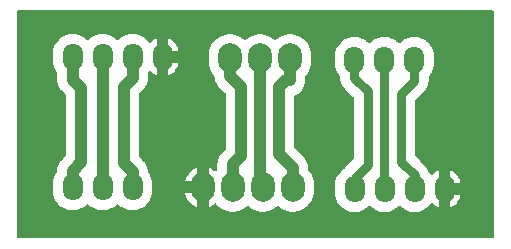
<source format=gbr>
%TF.GenerationSoftware,KiCad,Pcbnew,(7.0.0)*%
%TF.CreationDate,2023-03-20T08:36:17+01:00*%
%TF.ProjectId,milling-test,6d696c6c-696e-4672-9d74-6573742e6b69,rev?*%
%TF.SameCoordinates,Original*%
%TF.FileFunction,Copper,L1,Top*%
%TF.FilePolarity,Positive*%
%FSLAX46Y46*%
G04 Gerber Fmt 4.6, Leading zero omitted, Abs format (unit mm)*
G04 Created by KiCad (PCBNEW (7.0.0)) date 2023-03-20 08:36:17*
%MOMM*%
%LPD*%
G01*
G04 APERTURE LIST*
%TA.AperFunction,ComponentPad*%
%ADD10O,1.700000X2.300000*%
%TD*%
%TA.AperFunction,ComponentPad*%
%ADD11O,2.000000X2.500000*%
%TD*%
%TA.AperFunction,Conductor*%
%ADD12C,1.000000*%
%TD*%
%TA.AperFunction,Conductor*%
%ADD13C,0.200000*%
%TD*%
%TA.AperFunction,Conductor*%
%ADD14C,0.400000*%
%TD*%
%TA.AperFunction,Conductor*%
%ADD15C,0.800000*%
%TD*%
G04 APERTURE END LIST*
D10*
%TO.P,J6,1,Pin_1*%
%TO.N,Net-(J5-Pin_3)*%
X92836999Y-33908999D03*
%TO.P,J6,2,Pin_2*%
%TO.N,Net-(J5-Pin_2)*%
X90296999Y-33908999D03*
%TO.P,J6,3,Pin_3*%
%TO.N,Net-(J5-Pin_1)*%
X87756999Y-33908999D03*
%TD*%
%TO.P,J3,1,Pin_1*%
%TO.N,Net-(J3-Pin_1)*%
X63890999Y-33654999D03*
%TO.P,J3,2,Pin_2*%
%TO.N,Net-(J3-Pin_2)*%
X66430999Y-33654999D03*
%TO.P,J3,3,Pin_3*%
%TO.N,Net-(J3-Pin_3)*%
X68970999Y-33654999D03*
%TO.P,J3,4,Pin_4*%
%TO.N,GND*%
X71510999Y-33654999D03*
%TD*%
D11*
%TO.P,J1,1,Pin_1*%
%TO.N,Net-(J1-Pin_1)*%
X77215999Y-33781999D03*
%TO.P,J1,2,Pin_2*%
%TO.N,Net-(J1-Pin_2)*%
X79755999Y-33781999D03*
%TO.P,J1,3,Pin_3*%
%TO.N,Net-(J1-Pin_3)*%
X82295999Y-33781999D03*
%TD*%
D10*
%TO.P,J4,1,Pin_1*%
%TO.N,Net-(J3-Pin_3)*%
X68970999Y-44703999D03*
%TO.P,J4,2,Pin_2*%
%TO.N,Net-(J3-Pin_2)*%
X66430999Y-44703999D03*
%TO.P,J4,3,Pin_3*%
%TO.N,Net-(J3-Pin_1)*%
X63890999Y-44703999D03*
%TD*%
%TO.P,J5,1,Pin_1*%
%TO.N,Net-(J5-Pin_1)*%
X87766999Y-44830999D03*
%TO.P,J5,2,Pin_2*%
%TO.N,Net-(J5-Pin_2)*%
X90306999Y-44830999D03*
%TO.P,J5,3,Pin_3*%
%TO.N,Net-(J5-Pin_3)*%
X92846999Y-44830999D03*
%TO.P,J5,4,Pin_4*%
%TO.N,GND*%
X95386999Y-44830999D03*
%TD*%
D11*
%TO.P,J2,1,Pin_1*%
%TO.N,Net-(J1-Pin_3)*%
X82539999Y-44703999D03*
%TO.P,J2,2,Pin_2*%
%TO.N,Net-(J1-Pin_2)*%
X79999999Y-44703999D03*
%TO.P,J2,3,Pin_3*%
%TO.N,Net-(J1-Pin_1)*%
X77459999Y-44703999D03*
%TO.P,J2,4,Pin_4*%
%TO.N,GND*%
X74919999Y-44703999D03*
%TD*%
D12*
%TO.N,Net-(J1-Pin_1)*%
X77216000Y-35255000D02*
X78156000Y-36195000D01*
X78156000Y-36195000D02*
X78156000Y-42037000D01*
X77216000Y-33782000D02*
X77216000Y-35255000D01*
X78156000Y-42037000D02*
X77460000Y-42733000D01*
X77460000Y-42733000D02*
X77460000Y-44704000D01*
%TO.N,Net-(J1-Pin_2)*%
X79756000Y-33782000D02*
X79756000Y-44460000D01*
X79756000Y-44460000D02*
X80000000Y-44704000D01*
%TO.N,Net-(J1-Pin_3)*%
X81356000Y-41910000D02*
X82540000Y-43094000D01*
X82296000Y-35636000D02*
X81966000Y-35636000D01*
X81966000Y-35636000D02*
X81356000Y-36246000D01*
X82296000Y-33782000D02*
X82296000Y-35636000D01*
X81356000Y-36246000D02*
X81356000Y-41910000D01*
D13*
X82296000Y-33782000D02*
X81996000Y-33782000D01*
D12*
X82540000Y-43094000D02*
X82540000Y-44704000D01*
%TO.N,Net-(J3-Pin_1)*%
X63891000Y-33655000D02*
X63891000Y-35582000D01*
X64631000Y-36322000D02*
X64631000Y-42545000D01*
X63891000Y-43285000D02*
X63891000Y-44704000D01*
D14*
X63891000Y-34046000D02*
X63891000Y-33655000D01*
D12*
X64631000Y-42545000D02*
X63891000Y-43285000D01*
X63891000Y-35582000D02*
X64631000Y-36322000D01*
%TO.N,Net-(J3-Pin_2)*%
X66431000Y-33655000D02*
X66431000Y-44704000D01*
%TO.N,Net-(J3-Pin_3)*%
X68971000Y-33655000D02*
X68971000Y-35455000D01*
X68971000Y-35455000D02*
X68231000Y-36195000D01*
D14*
X68971000Y-33655000D02*
X68971000Y-34661000D01*
D12*
X68231000Y-42672000D02*
X68971000Y-43412000D01*
X68231000Y-36195000D02*
X68231000Y-42672000D01*
X68971000Y-43412000D02*
X68971000Y-44704000D01*
D15*
%TO.N,Net-(J5-Pin_1)*%
X87767000Y-43929000D02*
X87767000Y-44831000D01*
X87760000Y-35436000D02*
X88897000Y-36573000D01*
X87757000Y-35436000D02*
X87760000Y-35436000D01*
X87757000Y-33909000D02*
X87757000Y-35436000D01*
X88897000Y-36573000D02*
X88897000Y-42799000D01*
X88897000Y-42799000D02*
X87767000Y-43929000D01*
%TO.N,Net-(J5-Pin_2)*%
X90297000Y-33909000D02*
X90297000Y-44821000D01*
X90297000Y-44821000D02*
X90307000Y-44831000D01*
%TO.N,Net-(J5-Pin_3)*%
X92847000Y-43695000D02*
X92847000Y-44831000D01*
X91697000Y-42545000D02*
X92847000Y-43695000D01*
X92837000Y-33909000D02*
X92837000Y-35687000D01*
X91697000Y-36827000D02*
X91697000Y-42545000D01*
X92837000Y-35687000D02*
X91697000Y-36827000D01*
%TD*%
%TA.AperFunction,Conductor*%
%TO.N,GND*%
G36*
X99505500Y-29735113D02*
G01*
X99550887Y-29780500D01*
X99567500Y-29842500D01*
X99567500Y-48897500D01*
X99550887Y-48959500D01*
X99505500Y-49004887D01*
X99443500Y-49021500D01*
X59306500Y-49021500D01*
X59244500Y-49004887D01*
X59199113Y-48959500D01*
X59182500Y-48897500D01*
X59182500Y-45068853D01*
X62240500Y-45068853D01*
X62240690Y-45071272D01*
X62240691Y-45071287D01*
X62252995Y-45227622D01*
X62255779Y-45262994D01*
X62256914Y-45267723D01*
X62256915Y-45267727D01*
X62315289Y-45510873D01*
X62315291Y-45510881D01*
X62316427Y-45515610D01*
X62415846Y-45755628D01*
X62418382Y-45759767D01*
X62418386Y-45759774D01*
X62549042Y-45972986D01*
X62551588Y-45977140D01*
X62554753Y-45980846D01*
X62554754Y-45980847D01*
X62660056Y-46104140D01*
X62720311Y-46174689D01*
X62917860Y-46343412D01*
X62922012Y-46345956D01*
X62922013Y-46345957D01*
X62982331Y-46382920D01*
X63139372Y-46479154D01*
X63379390Y-46578573D01*
X63632006Y-46639221D01*
X63891000Y-46659604D01*
X64149994Y-46639221D01*
X64402610Y-46578573D01*
X64642628Y-46479154D01*
X64864140Y-46343412D01*
X65061689Y-46174689D01*
X65066703Y-46168818D01*
X65068007Y-46167830D01*
X65068299Y-46167539D01*
X65068339Y-46167579D01*
X65109073Y-46136738D01*
X65160987Y-46125342D01*
X65212903Y-46136728D01*
X65253662Y-46167577D01*
X65253701Y-46167539D01*
X65253976Y-46167814D01*
X65255284Y-46168804D01*
X65257147Y-46170985D01*
X65257150Y-46170988D01*
X65260311Y-46174689D01*
X65457860Y-46343412D01*
X65462012Y-46345956D01*
X65462013Y-46345957D01*
X65522331Y-46382920D01*
X65679372Y-46479154D01*
X65919390Y-46578573D01*
X66172006Y-46639221D01*
X66431000Y-46659604D01*
X66689994Y-46639221D01*
X66942610Y-46578573D01*
X67182628Y-46479154D01*
X67404140Y-46343412D01*
X67601689Y-46174689D01*
X67606708Y-46168811D01*
X67608015Y-46167822D01*
X67608299Y-46167539D01*
X67608338Y-46167578D01*
X67649085Y-46136733D01*
X67701000Y-46125342D01*
X67752915Y-46136733D01*
X67793661Y-46167578D01*
X67793701Y-46167539D01*
X67793984Y-46167822D01*
X67795291Y-46168811D01*
X67800311Y-46174689D01*
X67997860Y-46343412D01*
X68002012Y-46345956D01*
X68002013Y-46345957D01*
X68062331Y-46382920D01*
X68219372Y-46479154D01*
X68459390Y-46578573D01*
X68712006Y-46639221D01*
X68971000Y-46659604D01*
X69229994Y-46639221D01*
X69482610Y-46578573D01*
X69722628Y-46479154D01*
X69944140Y-46343412D01*
X70141689Y-46174689D01*
X70310412Y-45977140D01*
X70446154Y-45755628D01*
X70545573Y-45515610D01*
X70606221Y-45262994D01*
X70610665Y-45206525D01*
X73439204Y-45206525D01*
X73439435Y-45217724D01*
X73495153Y-45437747D01*
X73498472Y-45447414D01*
X73594207Y-45665671D01*
X73599072Y-45674661D01*
X73729424Y-45874179D01*
X73735707Y-45882252D01*
X73897127Y-46057600D01*
X73904637Y-46064513D01*
X74092718Y-46210903D01*
X74101276Y-46216495D01*
X74310885Y-46329929D01*
X74320239Y-46334032D01*
X74405994Y-46363472D01*
X74417321Y-46364528D01*
X74420000Y-46353472D01*
X74420000Y-45220326D01*
X74416549Y-45207450D01*
X74403674Y-45204000D01*
X73450119Y-45204000D01*
X73439204Y-45206525D01*
X70610665Y-45206525D01*
X70621500Y-45068853D01*
X70621500Y-44339147D01*
X70610665Y-44201474D01*
X73439204Y-44201474D01*
X73450119Y-44204000D01*
X74403674Y-44204000D01*
X74416549Y-44200549D01*
X74420000Y-44187674D01*
X74420000Y-43054528D01*
X74417321Y-43043471D01*
X74405994Y-43044527D01*
X74320239Y-43073967D01*
X74310885Y-43078070D01*
X74101276Y-43191504D01*
X74092718Y-43197096D01*
X73904637Y-43343486D01*
X73897127Y-43350399D01*
X73735707Y-43525747D01*
X73729424Y-43533820D01*
X73599072Y-43733338D01*
X73594207Y-43742328D01*
X73498472Y-43960585D01*
X73495153Y-43970252D01*
X73439435Y-44190275D01*
X73439204Y-44201474D01*
X70610665Y-44201474D01*
X70606221Y-44145006D01*
X70545573Y-43892390D01*
X70446154Y-43652372D01*
X70430860Y-43627415D01*
X70312959Y-43435016D01*
X70312957Y-43435014D01*
X70310412Y-43430860D01*
X70301209Y-43420084D01*
X70279165Y-43382474D01*
X70271501Y-43339556D01*
X70271501Y-43303634D01*
X70271501Y-43298221D01*
X70262537Y-43247387D01*
X70261131Y-43236702D01*
X70256635Y-43185308D01*
X70243280Y-43135471D01*
X70240940Y-43124908D01*
X70238258Y-43109696D01*
X70231985Y-43074120D01*
X70214341Y-43025644D01*
X70211088Y-43015325D01*
X70206425Y-42997923D01*
X70197739Y-42965504D01*
X70175936Y-42918749D01*
X70171801Y-42908767D01*
X70156007Y-42865370D01*
X70156005Y-42865367D01*
X70154156Y-42860285D01*
X70144598Y-42843731D01*
X70133488Y-42824487D01*
X70128354Y-42815595D01*
X70123370Y-42806021D01*
X70101568Y-42759266D01*
X70071981Y-42717012D01*
X70066169Y-42707888D01*
X70052330Y-42683917D01*
X70040377Y-42663214D01*
X70007208Y-42623686D01*
X70000634Y-42615117D01*
X69987141Y-42595847D01*
X69971047Y-42572861D01*
X69810139Y-42411953D01*
X69810135Y-42411950D01*
X69567819Y-42169634D01*
X69540939Y-42129406D01*
X69531500Y-42081953D01*
X69531500Y-36785047D01*
X69540939Y-36737594D01*
X69567816Y-36697368D01*
X69810135Y-36455049D01*
X69810139Y-36455047D01*
X69971047Y-36294139D01*
X70000640Y-36251873D01*
X70007214Y-36243306D01*
X70040377Y-36203786D01*
X70066175Y-36159100D01*
X70071973Y-36149997D01*
X70101568Y-36107734D01*
X70123368Y-36060982D01*
X70128361Y-36051391D01*
X70154156Y-36006715D01*
X70171800Y-35958235D01*
X70175941Y-35948239D01*
X70184127Y-35930685D01*
X70197739Y-35901496D01*
X70211095Y-35851643D01*
X70214338Y-35841360D01*
X70231985Y-35792880D01*
X70240946Y-35742053D01*
X70243276Y-35731542D01*
X70256635Y-35681692D01*
X70261131Y-35630296D01*
X70262536Y-35619617D01*
X70271501Y-35568779D01*
X70271501Y-35341221D01*
X70271500Y-35341215D01*
X70271500Y-35019446D01*
X70279164Y-34976527D01*
X70301210Y-34938914D01*
X70310412Y-34928140D01*
X70328742Y-34898227D01*
X70367612Y-34858585D01*
X70419891Y-34839878D01*
X70475093Y-34845862D01*
X70522149Y-34875337D01*
X70636090Y-34989278D01*
X70644356Y-34996215D01*
X70828991Y-35125498D01*
X70838323Y-35130886D01*
X70996827Y-35204798D01*
X71008141Y-35206920D01*
X71011000Y-35195769D01*
X71011000Y-35195768D01*
X72011000Y-35195768D01*
X72013858Y-35206919D01*
X72025172Y-35204797D01*
X72183667Y-35130889D01*
X72193017Y-35125491D01*
X72377642Y-34996215D01*
X72385907Y-34989280D01*
X72545280Y-34829907D01*
X72552215Y-34821642D01*
X72681491Y-34637017D01*
X72686889Y-34627667D01*
X72782143Y-34423397D01*
X72785831Y-34413263D01*
X72844166Y-34195553D01*
X72846041Y-34184922D01*
X72847156Y-34172178D01*
X72844583Y-34158734D01*
X72831415Y-34155000D01*
X72027326Y-34155000D01*
X72014450Y-34158450D01*
X72011000Y-34171326D01*
X72011000Y-35195768D01*
X71011000Y-35195768D01*
X71011000Y-34099376D01*
X75415500Y-34099376D01*
X75415672Y-34101679D01*
X75415673Y-34101690D01*
X75428575Y-34273853D01*
X75430617Y-34301103D01*
X75431647Y-34305616D01*
X75431648Y-34305622D01*
X75469420Y-34471110D01*
X75490666Y-34564195D01*
X75589257Y-34815398D01*
X75724185Y-35049102D01*
X75848348Y-35204797D01*
X75888446Y-35255078D01*
X75908540Y-35291436D01*
X75915499Y-35332391D01*
X75915499Y-35368779D01*
X75916438Y-35374106D01*
X75916439Y-35374114D01*
X75924456Y-35419581D01*
X75925868Y-35430302D01*
X75929619Y-35473166D01*
X75930365Y-35481692D01*
X75931763Y-35486911D01*
X75931765Y-35486920D01*
X75943716Y-35531520D01*
X75946057Y-35542079D01*
X75953556Y-35584611D01*
X75955015Y-35592880D01*
X75972659Y-35641358D01*
X75975908Y-35651662D01*
X75987859Y-35696266D01*
X75987861Y-35696272D01*
X75989261Y-35701496D01*
X76011066Y-35748256D01*
X76015199Y-35758236D01*
X76032844Y-35806715D01*
X76035551Y-35811404D01*
X76035554Y-35811410D01*
X76058638Y-35851393D01*
X76063631Y-35860982D01*
X76085432Y-35907734D01*
X76090202Y-35914546D01*
X76115016Y-35949985D01*
X76120827Y-35959106D01*
X76146623Y-36003786D01*
X76179792Y-36043315D01*
X76186358Y-36051873D01*
X76215953Y-36094139D01*
X76376861Y-36255047D01*
X76376863Y-36255048D01*
X76376866Y-36255051D01*
X76819181Y-36697366D01*
X76846061Y-36737594D01*
X76855500Y-36785047D01*
X76855500Y-41446953D01*
X76846061Y-41494406D01*
X76819181Y-41534634D01*
X76620864Y-41732950D01*
X76463784Y-41890029D01*
X76463778Y-41890035D01*
X76459953Y-41893861D01*
X76456852Y-41898288D01*
X76456839Y-41898305D01*
X76430359Y-41936122D01*
X76423777Y-41944701D01*
X76394101Y-41980068D01*
X76394096Y-41980074D01*
X76390623Y-41984214D01*
X76387921Y-41988892D01*
X76387918Y-41988898D01*
X76364824Y-42028897D01*
X76359015Y-42038015D01*
X76332531Y-42075839D01*
X76332527Y-42075844D01*
X76329432Y-42080266D01*
X76327151Y-42085155D01*
X76327147Y-42085164D01*
X76307631Y-42127015D01*
X76302639Y-42136604D01*
X76279550Y-42176597D01*
X76279547Y-42176602D01*
X76276844Y-42181285D01*
X76274995Y-42186363D01*
X76274993Y-42186369D01*
X76259199Y-42229763D01*
X76255060Y-42239754D01*
X76233261Y-42286504D01*
X76231861Y-42291726D01*
X76231860Y-42291731D01*
X76219908Y-42336337D01*
X76216655Y-42346652D01*
X76199015Y-42395120D01*
X76198077Y-42400436D01*
X76198076Y-42400442D01*
X76190056Y-42445923D01*
X76187716Y-42456477D01*
X76175765Y-42501080D01*
X76175763Y-42501088D01*
X76174365Y-42506308D01*
X76173893Y-42511695D01*
X76173893Y-42511699D01*
X76169868Y-42557696D01*
X76168457Y-42568409D01*
X76159499Y-42619221D01*
X76159499Y-42846779D01*
X76159499Y-42846783D01*
X76159500Y-42846791D01*
X76159500Y-43153608D01*
X76152541Y-43194563D01*
X76132446Y-43230922D01*
X76077982Y-43299216D01*
X76026791Y-43337151D01*
X75963520Y-43344659D01*
X75904874Y-43319755D01*
X75747287Y-43197100D01*
X75738723Y-43191504D01*
X75529114Y-43078070D01*
X75519760Y-43073967D01*
X75434005Y-43044527D01*
X75422678Y-43043471D01*
X75420000Y-43054528D01*
X75420000Y-46353472D01*
X75422678Y-46364528D01*
X75434005Y-46363472D01*
X75519760Y-46334032D01*
X75529114Y-46329929D01*
X75738723Y-46216495D01*
X75747281Y-46210904D01*
X75904873Y-46088244D01*
X75963520Y-46063340D01*
X76026792Y-46070848D01*
X76077983Y-46108784D01*
X76136439Y-46182085D01*
X76334259Y-46365635D01*
X76557225Y-46517651D01*
X76800359Y-46634738D01*
X76804787Y-46636103D01*
X76804790Y-46636105D01*
X76929293Y-46674508D01*
X77058228Y-46714280D01*
X77325071Y-46754500D01*
X77590292Y-46754500D01*
X77594929Y-46754500D01*
X77861772Y-46714280D01*
X78119641Y-46634738D01*
X78362774Y-46517651D01*
X78585741Y-46365635D01*
X78645660Y-46310037D01*
X78699402Y-46280771D01*
X78760598Y-46280771D01*
X78814339Y-46310037D01*
X78874259Y-46365635D01*
X79097225Y-46517651D01*
X79340359Y-46634738D01*
X79344787Y-46636103D01*
X79344790Y-46636105D01*
X79469293Y-46674508D01*
X79598228Y-46714280D01*
X79865071Y-46754500D01*
X80130292Y-46754500D01*
X80134929Y-46754500D01*
X80401772Y-46714280D01*
X80659641Y-46634738D01*
X80902774Y-46517651D01*
X81125741Y-46365635D01*
X81185660Y-46310037D01*
X81239402Y-46280771D01*
X81300598Y-46280771D01*
X81354339Y-46310037D01*
X81414259Y-46365635D01*
X81637225Y-46517651D01*
X81880359Y-46634738D01*
X81884787Y-46636103D01*
X81884790Y-46636105D01*
X82009293Y-46674508D01*
X82138228Y-46714280D01*
X82405071Y-46754500D01*
X82670292Y-46754500D01*
X82674929Y-46754500D01*
X82941772Y-46714280D01*
X83199641Y-46634738D01*
X83442774Y-46517651D01*
X83665741Y-46365635D01*
X83863561Y-46182085D01*
X84031815Y-45971102D01*
X84166743Y-45737398D01*
X84265334Y-45486195D01*
X84325383Y-45223103D01*
X84340500Y-45021376D01*
X84340500Y-44386624D01*
X84325383Y-44184897D01*
X84265334Y-43921805D01*
X84166743Y-43670602D01*
X84031815Y-43436898D01*
X83867554Y-43230922D01*
X83847460Y-43194564D01*
X83840501Y-43153609D01*
X83840501Y-42985634D01*
X83840501Y-42980221D01*
X83831537Y-42929387D01*
X83830131Y-42918702D01*
X83825635Y-42867308D01*
X83812280Y-42817471D01*
X83809940Y-42806908D01*
X83802405Y-42764174D01*
X83800985Y-42756120D01*
X83786751Y-42717013D01*
X83783341Y-42707644D01*
X83780088Y-42697325D01*
X83775182Y-42679015D01*
X83766739Y-42647504D01*
X83744936Y-42600749D01*
X83740801Y-42590767D01*
X83725007Y-42547370D01*
X83725005Y-42547367D01*
X83723156Y-42542285D01*
X83697354Y-42497595D01*
X83692370Y-42488021D01*
X83670568Y-42441266D01*
X83640981Y-42399012D01*
X83635169Y-42389888D01*
X83612084Y-42349903D01*
X83609377Y-42345214D01*
X83576208Y-42305686D01*
X83569634Y-42297117D01*
X83543155Y-42259300D01*
X83540047Y-42254861D01*
X83379139Y-42093953D01*
X83379135Y-42093950D01*
X82692819Y-41407634D01*
X82665939Y-41367406D01*
X82656500Y-41319953D01*
X82656500Y-36980363D01*
X82666641Y-36931250D01*
X82695404Y-36890170D01*
X82737860Y-36863981D01*
X82742496Y-36862739D01*
X82948734Y-36766568D01*
X83135139Y-36636047D01*
X83296047Y-36475139D01*
X83426568Y-36288734D01*
X83522739Y-36082496D01*
X83581635Y-35862692D01*
X83596500Y-35692784D01*
X83601468Y-35636000D01*
X83596971Y-35584610D01*
X83596500Y-35573804D01*
X83596500Y-35332392D01*
X83603459Y-35291437D01*
X83623553Y-35255079D01*
X83623554Y-35255078D01*
X83787815Y-35049102D01*
X83922743Y-34815398D01*
X84021334Y-34564195D01*
X84081383Y-34301103D01*
X84083425Y-34273853D01*
X86106500Y-34273853D01*
X86106690Y-34276272D01*
X86106691Y-34276287D01*
X86118269Y-34423397D01*
X86121779Y-34467994D01*
X86122914Y-34472723D01*
X86122915Y-34472727D01*
X86181289Y-34715873D01*
X86181291Y-34715881D01*
X86182427Y-34720610D01*
X86184291Y-34725110D01*
X86272851Y-34938914D01*
X86281846Y-34960628D01*
X86284382Y-34964767D01*
X86284386Y-34964774D01*
X86415042Y-35177986D01*
X86417588Y-35182140D01*
X86510936Y-35291437D01*
X86526790Y-35309999D01*
X86548836Y-35347612D01*
X86556500Y-35390531D01*
X86556500Y-35470294D01*
X86556368Y-35476021D01*
X86555908Y-35485953D01*
X86555908Y-35485961D01*
X86555644Y-35491681D01*
X86556395Y-35497065D01*
X86556500Y-35501612D01*
X86556500Y-35547243D01*
X86557551Y-35552870D01*
X86557553Y-35552882D01*
X86565687Y-35596400D01*
X86567269Y-35607736D01*
X86569362Y-35630314D01*
X86571885Y-35657536D01*
X86573451Y-35663042D01*
X86573454Y-35663055D01*
X86583921Y-35699845D01*
X86585359Y-35705380D01*
X86585590Y-35706365D01*
X86586382Y-35712033D01*
X86588179Y-35717396D01*
X86589301Y-35722719D01*
X86597382Y-35765940D01*
X86599451Y-35771283D01*
X86599453Y-35771287D01*
X86615445Y-35812567D01*
X86619084Y-35823425D01*
X86631200Y-35866009D01*
X86631202Y-35866015D01*
X86632771Y-35871528D01*
X86648356Y-35902827D01*
X86650658Y-35907450D01*
X86653092Y-35912633D01*
X86655263Y-35917550D01*
X86657085Y-35922985D01*
X86659873Y-35927991D01*
X86661063Y-35930685D01*
X86663251Y-35935968D01*
X86677753Y-35973401D01*
X86680766Y-35978268D01*
X86680771Y-35978277D01*
X86704078Y-36015920D01*
X86709649Y-36025922D01*
X86722332Y-36051391D01*
X86731942Y-36070689D01*
X86739088Y-36080152D01*
X86755010Y-36101237D01*
X86759216Y-36107691D01*
X86759321Y-36107620D01*
X86762559Y-36112347D01*
X86765348Y-36117353D01*
X86769007Y-36121759D01*
X86772250Y-36126493D01*
X86772079Y-36126609D01*
X86775919Y-36131945D01*
X86791855Y-36157684D01*
X86791858Y-36157689D01*
X86794876Y-36162562D01*
X86828175Y-36199089D01*
X86828561Y-36199512D01*
X86835880Y-36208325D01*
X86859173Y-36239171D01*
X86866019Y-36248236D01*
X86870248Y-36252091D01*
X86870256Y-36252100D01*
X86902980Y-36281932D01*
X86911077Y-36290029D01*
X86939939Y-36321689D01*
X86944764Y-36326981D01*
X86949337Y-36330434D01*
X86949340Y-36330437D01*
X86972426Y-36347871D01*
X86985381Y-36359144D01*
X87660181Y-37033944D01*
X87687061Y-37074172D01*
X87696500Y-37121625D01*
X87696500Y-42250375D01*
X87687061Y-42297828D01*
X87660181Y-42338056D01*
X86939756Y-43058479D01*
X86935614Y-43062434D01*
X86876019Y-43116764D01*
X86872568Y-43121332D01*
X86872563Y-43121339D01*
X86855758Y-43143592D01*
X86821598Y-43174589D01*
X86798016Y-43189040D01*
X86798005Y-43189047D01*
X86793860Y-43191588D01*
X86790165Y-43194743D01*
X86790155Y-43194751D01*
X86600011Y-43357150D01*
X86600004Y-43357156D01*
X86596311Y-43360311D01*
X86593156Y-43364004D01*
X86593150Y-43364011D01*
X86430754Y-43554152D01*
X86430748Y-43554159D01*
X86427588Y-43557860D01*
X86425048Y-43562003D01*
X86425042Y-43562013D01*
X86294386Y-43775225D01*
X86294379Y-43775237D01*
X86291846Y-43779372D01*
X86289986Y-43783860D01*
X86289983Y-43783868D01*
X86194291Y-44014889D01*
X86192427Y-44019390D01*
X86191292Y-44024114D01*
X86191289Y-44024126D01*
X86132915Y-44267272D01*
X86132913Y-44267278D01*
X86131779Y-44272006D01*
X86131397Y-44276854D01*
X86131397Y-44276857D01*
X86116691Y-44463712D01*
X86116690Y-44463728D01*
X86116500Y-44466147D01*
X86116500Y-45195853D01*
X86116690Y-45198272D01*
X86116691Y-45198287D01*
X86127430Y-45334734D01*
X86131779Y-45389994D01*
X86132914Y-45394723D01*
X86132915Y-45394727D01*
X86191289Y-45637873D01*
X86191291Y-45637881D01*
X86192427Y-45642610D01*
X86291846Y-45882628D01*
X86294382Y-45886767D01*
X86294386Y-45886774D01*
X86409260Y-46074232D01*
X86427588Y-46104140D01*
X86430753Y-46107846D01*
X86430754Y-46107847D01*
X86491061Y-46178457D01*
X86596311Y-46301689D01*
X86793860Y-46470412D01*
X86798012Y-46472956D01*
X86798013Y-46472957D01*
X86970363Y-46578573D01*
X87015372Y-46606154D01*
X87255390Y-46705573D01*
X87508006Y-46766221D01*
X87767000Y-46786604D01*
X88025994Y-46766221D01*
X88278610Y-46705573D01*
X88518628Y-46606154D01*
X88740140Y-46470412D01*
X88937689Y-46301689D01*
X88942708Y-46295811D01*
X88944015Y-46294822D01*
X88944299Y-46294539D01*
X88944338Y-46294578D01*
X88985085Y-46263733D01*
X89037000Y-46252342D01*
X89088915Y-46263733D01*
X89129661Y-46294578D01*
X89129701Y-46294539D01*
X89129984Y-46294822D01*
X89131291Y-46295811D01*
X89136311Y-46301689D01*
X89333860Y-46470412D01*
X89338012Y-46472956D01*
X89338013Y-46472957D01*
X89510363Y-46578573D01*
X89555372Y-46606154D01*
X89795390Y-46705573D01*
X90048006Y-46766221D01*
X90307000Y-46786604D01*
X90565994Y-46766221D01*
X90818610Y-46705573D01*
X91058628Y-46606154D01*
X91280140Y-46470412D01*
X91477689Y-46301689D01*
X91482708Y-46295811D01*
X91484015Y-46294822D01*
X91484299Y-46294539D01*
X91484338Y-46294578D01*
X91525085Y-46263733D01*
X91577000Y-46252342D01*
X91628915Y-46263733D01*
X91669661Y-46294578D01*
X91669701Y-46294539D01*
X91669984Y-46294822D01*
X91671291Y-46295811D01*
X91676311Y-46301689D01*
X91873860Y-46470412D01*
X91878012Y-46472956D01*
X91878013Y-46472957D01*
X92050363Y-46578573D01*
X92095372Y-46606154D01*
X92335390Y-46705573D01*
X92588006Y-46766221D01*
X92847000Y-46786604D01*
X93105994Y-46766221D01*
X93358610Y-46705573D01*
X93598628Y-46606154D01*
X93820140Y-46470412D01*
X94017689Y-46301689D01*
X94186412Y-46104140D01*
X94204742Y-46074227D01*
X94243612Y-46034585D01*
X94295891Y-46015878D01*
X94351093Y-46021862D01*
X94398149Y-46051337D01*
X94512090Y-46165278D01*
X94520356Y-46172215D01*
X94704991Y-46301498D01*
X94714323Y-46306886D01*
X94872827Y-46380798D01*
X94884141Y-46382920D01*
X94887000Y-46371769D01*
X94887000Y-46371768D01*
X95887000Y-46371768D01*
X95889858Y-46382919D01*
X95901172Y-46380797D01*
X96059667Y-46306889D01*
X96069017Y-46301491D01*
X96253642Y-46172215D01*
X96261907Y-46165280D01*
X96421280Y-46005907D01*
X96428215Y-45997642D01*
X96557491Y-45813017D01*
X96562889Y-45803667D01*
X96658143Y-45599397D01*
X96661831Y-45589263D01*
X96720166Y-45371553D01*
X96722041Y-45360922D01*
X96723156Y-45348178D01*
X96720583Y-45334734D01*
X96707415Y-45331000D01*
X95903326Y-45331000D01*
X95890450Y-45334450D01*
X95887000Y-45347326D01*
X95887000Y-46371768D01*
X94887000Y-46371768D01*
X94887000Y-44314674D01*
X95887000Y-44314674D01*
X95890450Y-44327549D01*
X95903326Y-44331000D01*
X96707415Y-44331000D01*
X96720583Y-44327265D01*
X96723156Y-44313821D01*
X96722041Y-44301077D01*
X96720166Y-44290446D01*
X96661831Y-44072736D01*
X96658143Y-44062602D01*
X96562889Y-43858332D01*
X96557491Y-43848982D01*
X96428215Y-43664357D01*
X96421280Y-43656092D01*
X96261909Y-43496721D01*
X96253643Y-43489784D01*
X96069008Y-43360501D01*
X96059676Y-43355113D01*
X95901172Y-43281201D01*
X95889858Y-43279079D01*
X95887000Y-43290231D01*
X95887000Y-44314674D01*
X94887000Y-44314674D01*
X94887000Y-43290232D01*
X94884141Y-43279080D01*
X94872827Y-43281202D01*
X94714332Y-43355110D01*
X94704982Y-43360508D01*
X94520357Y-43489784D01*
X94512098Y-43496714D01*
X94398150Y-43610662D01*
X94351095Y-43640136D01*
X94295894Y-43646120D01*
X94243616Y-43627415D01*
X94204742Y-43587770D01*
X94188963Y-43562022D01*
X94188959Y-43562017D01*
X94186412Y-43557860D01*
X94017689Y-43360311D01*
X94015521Y-43358459D01*
X93984256Y-43305257D01*
X93971229Y-43259472D01*
X93962623Y-43242190D01*
X93956053Y-43226327D01*
X93951740Y-43213459D01*
X93951738Y-43213454D01*
X93949915Y-43208015D01*
X93910648Y-43137518D01*
X93907992Y-43132477D01*
X93901986Y-43120416D01*
X93872058Y-43060311D01*
X93868604Y-43055737D01*
X93868602Y-43055734D01*
X93860425Y-43044906D01*
X93851049Y-43030516D01*
X93844445Y-43018660D01*
X93841653Y-43013647D01*
X93833020Y-43003251D01*
X93790119Y-42951587D01*
X93786562Y-42947096D01*
X93765107Y-42918685D01*
X93737981Y-42882764D01*
X93733745Y-42878903D01*
X93733743Y-42878900D01*
X93678394Y-42828443D01*
X93674251Y-42824487D01*
X93306241Y-42456477D01*
X92933818Y-42084055D01*
X92906939Y-42043828D01*
X92897500Y-41996375D01*
X92897500Y-37375625D01*
X92906939Y-37328172D01*
X92933819Y-37287944D01*
X93100138Y-37121625D01*
X93664251Y-36557510D01*
X93668373Y-36553575D01*
X93727981Y-36499236D01*
X93776601Y-36434850D01*
X93780104Y-36430429D01*
X93831652Y-36368354D01*
X93841050Y-36351479D01*
X93850426Y-36337090D01*
X93862058Y-36321689D01*
X93898021Y-36249464D01*
X93900645Y-36244484D01*
X93939914Y-36173985D01*
X93946048Y-36155681D01*
X93952622Y-36139813D01*
X93958674Y-36127660D01*
X93958676Y-36127654D01*
X93961229Y-36122528D01*
X93983304Y-36044936D01*
X93984997Y-36039474D01*
X94008796Y-35968469D01*
X94008796Y-35968468D01*
X94010618Y-35963033D01*
X94013285Y-35943909D01*
X94016827Y-35927117D01*
X94022115Y-35908536D01*
X94029559Y-35828194D01*
X94030209Y-35822586D01*
X94041356Y-35742681D01*
X94037632Y-35662131D01*
X94037500Y-35656404D01*
X94037500Y-35390531D01*
X94045164Y-35347612D01*
X94067210Y-35309999D01*
X94176412Y-35182140D01*
X94312154Y-34960628D01*
X94411573Y-34720610D01*
X94472221Y-34467994D01*
X94487500Y-34273853D01*
X94487500Y-33544147D01*
X94472221Y-33350006D01*
X94411573Y-33097390D01*
X94312154Y-32857372D01*
X94176412Y-32635860D01*
X94007689Y-32438311D01*
X93946456Y-32386013D01*
X93813847Y-32272754D01*
X93813846Y-32272753D01*
X93810140Y-32269588D01*
X93805989Y-32267044D01*
X93805986Y-32267042D01*
X93592774Y-32136386D01*
X93592767Y-32136382D01*
X93588628Y-32133846D01*
X93584133Y-32131984D01*
X93584131Y-32131983D01*
X93353110Y-32036291D01*
X93348610Y-32034427D01*
X93343881Y-32033291D01*
X93343873Y-32033289D01*
X93100727Y-31974915D01*
X93100723Y-31974914D01*
X93095994Y-31973779D01*
X93091143Y-31973397D01*
X93091142Y-31973397D01*
X92841854Y-31953778D01*
X92837000Y-31953396D01*
X92832146Y-31953778D01*
X92582857Y-31973397D01*
X92582854Y-31973397D01*
X92578006Y-31973779D01*
X92573278Y-31974913D01*
X92573272Y-31974915D01*
X92330126Y-32033289D01*
X92330114Y-32033292D01*
X92325390Y-32034427D01*
X92320893Y-32036289D01*
X92320889Y-32036291D01*
X92089868Y-32131983D01*
X92089860Y-32131986D01*
X92085372Y-32133846D01*
X92081237Y-32136379D01*
X92081225Y-32136386D01*
X91868013Y-32267042D01*
X91868003Y-32267048D01*
X91863860Y-32269588D01*
X91860159Y-32272748D01*
X91860152Y-32272754D01*
X91670011Y-32435150D01*
X91670004Y-32435156D01*
X91666311Y-32438311D01*
X91663156Y-32442004D01*
X91663148Y-32442013D01*
X91661285Y-32444195D01*
X91659976Y-32445185D01*
X91659702Y-32445460D01*
X91659663Y-32445421D01*
X91618910Y-32476269D01*
X91567000Y-32487657D01*
X91515090Y-32476269D01*
X91474336Y-32445421D01*
X91474298Y-32445460D01*
X91474023Y-32445185D01*
X91472715Y-32444195D01*
X91470851Y-32442013D01*
X91470849Y-32442011D01*
X91467689Y-32438311D01*
X91406456Y-32386013D01*
X91273847Y-32272754D01*
X91273846Y-32272753D01*
X91270140Y-32269588D01*
X91265989Y-32267044D01*
X91265986Y-32267042D01*
X91052774Y-32136386D01*
X91052767Y-32136382D01*
X91048628Y-32133846D01*
X91044133Y-32131984D01*
X91044131Y-32131983D01*
X90813110Y-32036291D01*
X90808610Y-32034427D01*
X90803881Y-32033291D01*
X90803873Y-32033289D01*
X90560727Y-31974915D01*
X90560723Y-31974914D01*
X90555994Y-31973779D01*
X90551143Y-31973397D01*
X90551142Y-31973397D01*
X90301854Y-31953778D01*
X90297000Y-31953396D01*
X90292146Y-31953778D01*
X90042857Y-31973397D01*
X90042854Y-31973397D01*
X90038006Y-31973779D01*
X90033278Y-31974913D01*
X90033272Y-31974915D01*
X89790126Y-32033289D01*
X89790114Y-32033292D01*
X89785390Y-32034427D01*
X89780893Y-32036289D01*
X89780889Y-32036291D01*
X89549868Y-32131983D01*
X89549860Y-32131986D01*
X89545372Y-32133846D01*
X89541237Y-32136379D01*
X89541225Y-32136386D01*
X89328013Y-32267042D01*
X89328003Y-32267048D01*
X89323860Y-32269588D01*
X89320159Y-32272748D01*
X89320152Y-32272754D01*
X89130011Y-32435150D01*
X89130004Y-32435156D01*
X89126311Y-32438311D01*
X89123156Y-32442004D01*
X89123148Y-32442013D01*
X89121285Y-32444195D01*
X89119976Y-32445185D01*
X89119702Y-32445460D01*
X89119663Y-32445421D01*
X89078910Y-32476269D01*
X89027000Y-32487657D01*
X88975090Y-32476269D01*
X88934336Y-32445421D01*
X88934298Y-32445460D01*
X88934023Y-32445185D01*
X88932715Y-32444195D01*
X88930851Y-32442013D01*
X88930849Y-32442011D01*
X88927689Y-32438311D01*
X88866456Y-32386013D01*
X88733847Y-32272754D01*
X88733846Y-32272753D01*
X88730140Y-32269588D01*
X88725989Y-32267044D01*
X88725986Y-32267042D01*
X88512774Y-32136386D01*
X88512767Y-32136382D01*
X88508628Y-32133846D01*
X88504133Y-32131984D01*
X88504131Y-32131983D01*
X88273110Y-32036291D01*
X88268610Y-32034427D01*
X88263881Y-32033291D01*
X88263873Y-32033289D01*
X88020727Y-31974915D01*
X88020723Y-31974914D01*
X88015994Y-31973779D01*
X88011143Y-31973397D01*
X88011142Y-31973397D01*
X87761854Y-31953778D01*
X87757000Y-31953396D01*
X87752146Y-31953778D01*
X87502857Y-31973397D01*
X87502854Y-31973397D01*
X87498006Y-31973779D01*
X87493278Y-31974913D01*
X87493272Y-31974915D01*
X87250126Y-32033289D01*
X87250114Y-32033292D01*
X87245390Y-32034427D01*
X87240893Y-32036289D01*
X87240889Y-32036291D01*
X87009868Y-32131983D01*
X87009860Y-32131986D01*
X87005372Y-32133846D01*
X87001237Y-32136379D01*
X87001225Y-32136386D01*
X86788013Y-32267042D01*
X86788003Y-32267048D01*
X86783860Y-32269588D01*
X86780159Y-32272748D01*
X86780152Y-32272754D01*
X86590011Y-32435150D01*
X86590004Y-32435156D01*
X86586311Y-32438311D01*
X86583156Y-32442004D01*
X86583150Y-32442011D01*
X86420754Y-32632152D01*
X86420748Y-32632159D01*
X86417588Y-32635860D01*
X86415048Y-32640003D01*
X86415042Y-32640013D01*
X86284386Y-32853225D01*
X86284379Y-32853237D01*
X86281846Y-32857372D01*
X86279986Y-32861860D01*
X86279983Y-32861868D01*
X86184961Y-33091272D01*
X86182427Y-33097390D01*
X86181292Y-33102114D01*
X86181289Y-33102126D01*
X86122915Y-33345272D01*
X86122913Y-33345278D01*
X86121779Y-33350006D01*
X86121397Y-33354854D01*
X86121397Y-33354857D01*
X86106691Y-33541712D01*
X86106690Y-33541728D01*
X86106500Y-33544147D01*
X86106500Y-34273853D01*
X84083425Y-34273853D01*
X84096500Y-34099376D01*
X84096500Y-33464624D01*
X84081383Y-33262897D01*
X84021334Y-32999805D01*
X83922743Y-32748602D01*
X83787815Y-32514898D01*
X83619561Y-32303915D01*
X83490863Y-32184501D01*
X83425146Y-32123524D01*
X83425143Y-32123521D01*
X83421741Y-32120365D01*
X83417912Y-32117754D01*
X83417909Y-32117752D01*
X83264327Y-32013042D01*
X83198775Y-31968349D01*
X83167725Y-31953396D01*
X82959820Y-31853274D01*
X82959814Y-31853271D01*
X82955641Y-31851262D01*
X82951219Y-31849898D01*
X82951209Y-31849894D01*
X82702202Y-31773086D01*
X82702196Y-31773084D01*
X82697772Y-31771720D01*
X82693195Y-31771030D01*
X82693186Y-31771028D01*
X82435514Y-31732191D01*
X82435513Y-31732190D01*
X82430929Y-31731500D01*
X82161071Y-31731500D01*
X82156487Y-31732190D01*
X82156485Y-31732191D01*
X81898813Y-31771028D01*
X81898801Y-31771030D01*
X81894228Y-31771720D01*
X81889806Y-31773083D01*
X81889797Y-31773086D01*
X81640790Y-31849894D01*
X81640775Y-31849899D01*
X81636359Y-31851262D01*
X81632185Y-31853271D01*
X81632180Y-31853274D01*
X81397411Y-31966333D01*
X81397404Y-31966336D01*
X81393226Y-31968349D01*
X81389393Y-31970962D01*
X81389390Y-31970964D01*
X81174087Y-32117755D01*
X81170259Y-32120365D01*
X81166866Y-32123513D01*
X81166860Y-32123518D01*
X81110341Y-32175960D01*
X81056598Y-32205227D01*
X80995402Y-32205227D01*
X80941659Y-32175960D01*
X80894262Y-32131983D01*
X80881741Y-32120365D01*
X80658775Y-31968349D01*
X80627725Y-31953396D01*
X80419820Y-31853274D01*
X80419814Y-31853271D01*
X80415641Y-31851262D01*
X80411219Y-31849898D01*
X80411209Y-31849894D01*
X80162202Y-31773086D01*
X80162196Y-31773084D01*
X80157772Y-31771720D01*
X80153195Y-31771030D01*
X80153186Y-31771028D01*
X79895514Y-31732191D01*
X79895513Y-31732190D01*
X79890929Y-31731500D01*
X79621071Y-31731500D01*
X79616487Y-31732190D01*
X79616485Y-31732191D01*
X79358813Y-31771028D01*
X79358801Y-31771030D01*
X79354228Y-31771720D01*
X79349806Y-31773083D01*
X79349797Y-31773086D01*
X79100790Y-31849894D01*
X79100775Y-31849899D01*
X79096359Y-31851262D01*
X79092185Y-31853271D01*
X79092180Y-31853274D01*
X78857411Y-31966333D01*
X78857404Y-31966336D01*
X78853226Y-31968349D01*
X78849393Y-31970962D01*
X78849390Y-31970964D01*
X78634087Y-32117755D01*
X78630259Y-32120365D01*
X78626866Y-32123513D01*
X78626860Y-32123518D01*
X78570341Y-32175960D01*
X78516598Y-32205227D01*
X78455402Y-32205227D01*
X78401659Y-32175960D01*
X78354262Y-32131983D01*
X78341741Y-32120365D01*
X78118775Y-31968349D01*
X78087725Y-31953396D01*
X77879820Y-31853274D01*
X77879814Y-31853271D01*
X77875641Y-31851262D01*
X77871219Y-31849898D01*
X77871209Y-31849894D01*
X77622202Y-31773086D01*
X77622196Y-31773084D01*
X77617772Y-31771720D01*
X77613195Y-31771030D01*
X77613186Y-31771028D01*
X77355514Y-31732191D01*
X77355513Y-31732190D01*
X77350929Y-31731500D01*
X77081071Y-31731500D01*
X77076487Y-31732190D01*
X77076485Y-31732191D01*
X76818813Y-31771028D01*
X76818801Y-31771030D01*
X76814228Y-31771720D01*
X76809806Y-31773083D01*
X76809797Y-31773086D01*
X76560790Y-31849894D01*
X76560775Y-31849899D01*
X76556359Y-31851262D01*
X76552185Y-31853271D01*
X76552180Y-31853274D01*
X76317411Y-31966333D01*
X76317404Y-31966336D01*
X76313226Y-31968349D01*
X76309393Y-31970962D01*
X76309390Y-31970964D01*
X76094090Y-32117752D01*
X76094080Y-32117759D01*
X76090259Y-32120365D01*
X76086863Y-32123516D01*
X76086853Y-32123524D01*
X75895843Y-32300756D01*
X75895839Y-32300759D01*
X75892439Y-32303915D01*
X75889549Y-32307537D01*
X75889546Y-32307542D01*
X75727077Y-32511271D01*
X75724185Y-32514898D01*
X75721866Y-32518913D01*
X75721865Y-32518916D01*
X75591578Y-32744581D01*
X75591575Y-32744586D01*
X75589257Y-32748602D01*
X75587563Y-32752916D01*
X75587561Y-32752922D01*
X75535095Y-32886602D01*
X75490666Y-32999805D01*
X75489633Y-33004326D01*
X75489632Y-33004333D01*
X75431648Y-33258377D01*
X75431646Y-33258385D01*
X75430617Y-33262897D01*
X75430270Y-33267516D01*
X75430270Y-33267522D01*
X75423726Y-33354857D01*
X75415500Y-33464624D01*
X75415500Y-34099376D01*
X71011000Y-34099376D01*
X71011000Y-33138674D01*
X72011000Y-33138674D01*
X72014450Y-33151549D01*
X72027326Y-33155000D01*
X72831415Y-33155000D01*
X72844583Y-33151265D01*
X72847156Y-33137821D01*
X72846041Y-33125077D01*
X72844166Y-33114446D01*
X72785831Y-32896736D01*
X72782143Y-32886602D01*
X72686889Y-32682332D01*
X72681491Y-32672982D01*
X72552215Y-32488357D01*
X72545280Y-32480092D01*
X72385909Y-32320721D01*
X72377643Y-32313784D01*
X72193008Y-32184501D01*
X72183676Y-32179113D01*
X72025172Y-32105201D01*
X72013858Y-32103079D01*
X72011000Y-32114231D01*
X72011000Y-33138674D01*
X71011000Y-33138674D01*
X71011000Y-32114232D01*
X71008141Y-32103080D01*
X70996827Y-32105202D01*
X70838332Y-32179110D01*
X70828982Y-32184508D01*
X70644357Y-32313784D01*
X70636098Y-32320714D01*
X70522150Y-32434662D01*
X70475095Y-32464136D01*
X70419894Y-32470120D01*
X70367616Y-32451415D01*
X70328742Y-32411770D01*
X70312963Y-32386022D01*
X70312959Y-32386017D01*
X70310412Y-32381860D01*
X70141689Y-32184311D01*
X69944140Y-32015588D01*
X69939989Y-32013044D01*
X69939986Y-32013042D01*
X69726774Y-31882386D01*
X69726767Y-31882382D01*
X69722628Y-31879846D01*
X69718133Y-31877984D01*
X69718131Y-31877983D01*
X69487110Y-31782291D01*
X69482610Y-31780427D01*
X69477881Y-31779291D01*
X69477873Y-31779289D01*
X69234727Y-31720915D01*
X69234723Y-31720914D01*
X69229994Y-31719779D01*
X69225143Y-31719397D01*
X69225142Y-31719397D01*
X68975854Y-31699778D01*
X68971000Y-31699396D01*
X68966146Y-31699778D01*
X68716857Y-31719397D01*
X68716854Y-31719397D01*
X68712006Y-31719779D01*
X68707278Y-31720913D01*
X68707272Y-31720915D01*
X68464126Y-31779289D01*
X68464114Y-31779292D01*
X68459390Y-31780427D01*
X68454893Y-31782289D01*
X68454889Y-31782291D01*
X68223868Y-31877983D01*
X68223860Y-31877986D01*
X68219372Y-31879846D01*
X68215237Y-31882379D01*
X68215225Y-31882386D01*
X68002013Y-32013042D01*
X68002003Y-32013048D01*
X67997860Y-32015588D01*
X67994159Y-32018748D01*
X67994152Y-32018754D01*
X67804011Y-32181150D01*
X67804004Y-32181156D01*
X67800311Y-32184311D01*
X67797156Y-32188004D01*
X67797148Y-32188013D01*
X67795285Y-32190195D01*
X67793976Y-32191185D01*
X67793702Y-32191460D01*
X67793663Y-32191421D01*
X67752910Y-32222269D01*
X67701000Y-32233657D01*
X67649090Y-32222269D01*
X67608336Y-32191421D01*
X67608298Y-32191460D01*
X67608023Y-32191185D01*
X67606715Y-32190195D01*
X67604851Y-32188013D01*
X67604849Y-32188011D01*
X67601689Y-32184311D01*
X67404140Y-32015588D01*
X67399989Y-32013044D01*
X67399986Y-32013042D01*
X67186774Y-31882386D01*
X67186767Y-31882382D01*
X67182628Y-31879846D01*
X67178133Y-31877984D01*
X67178131Y-31877983D01*
X66947110Y-31782291D01*
X66942610Y-31780427D01*
X66937881Y-31779291D01*
X66937873Y-31779289D01*
X66694727Y-31720915D01*
X66694723Y-31720914D01*
X66689994Y-31719779D01*
X66685143Y-31719397D01*
X66685142Y-31719397D01*
X66435854Y-31699778D01*
X66431000Y-31699396D01*
X66426146Y-31699778D01*
X66176857Y-31719397D01*
X66176854Y-31719397D01*
X66172006Y-31719779D01*
X66167278Y-31720913D01*
X66167272Y-31720915D01*
X65924126Y-31779289D01*
X65924114Y-31779292D01*
X65919390Y-31780427D01*
X65914893Y-31782289D01*
X65914889Y-31782291D01*
X65683868Y-31877983D01*
X65683860Y-31877986D01*
X65679372Y-31879846D01*
X65675237Y-31882379D01*
X65675225Y-31882386D01*
X65462013Y-32013042D01*
X65462003Y-32013048D01*
X65457860Y-32015588D01*
X65454159Y-32018748D01*
X65454152Y-32018754D01*
X65264011Y-32181150D01*
X65264004Y-32181156D01*
X65260311Y-32184311D01*
X65257156Y-32188004D01*
X65257148Y-32188013D01*
X65255285Y-32190195D01*
X65253976Y-32191185D01*
X65253702Y-32191460D01*
X65253663Y-32191421D01*
X65212910Y-32222269D01*
X65161000Y-32233657D01*
X65109090Y-32222269D01*
X65068336Y-32191421D01*
X65068298Y-32191460D01*
X65068023Y-32191185D01*
X65066715Y-32190195D01*
X65064851Y-32188013D01*
X65064849Y-32188011D01*
X65061689Y-32184311D01*
X64864140Y-32015588D01*
X64859989Y-32013044D01*
X64859986Y-32013042D01*
X64646774Y-31882386D01*
X64646767Y-31882382D01*
X64642628Y-31879846D01*
X64638133Y-31877984D01*
X64638131Y-31877983D01*
X64407110Y-31782291D01*
X64402610Y-31780427D01*
X64397881Y-31779291D01*
X64397873Y-31779289D01*
X64154727Y-31720915D01*
X64154723Y-31720914D01*
X64149994Y-31719779D01*
X64145143Y-31719397D01*
X64145142Y-31719397D01*
X63895854Y-31699778D01*
X63891000Y-31699396D01*
X63886146Y-31699778D01*
X63636857Y-31719397D01*
X63636854Y-31719397D01*
X63632006Y-31719779D01*
X63627278Y-31720913D01*
X63627272Y-31720915D01*
X63384126Y-31779289D01*
X63384114Y-31779292D01*
X63379390Y-31780427D01*
X63374893Y-31782289D01*
X63374889Y-31782291D01*
X63143868Y-31877983D01*
X63143860Y-31877986D01*
X63139372Y-31879846D01*
X63135237Y-31882379D01*
X63135225Y-31882386D01*
X62922013Y-32013042D01*
X62922003Y-32013048D01*
X62917860Y-32015588D01*
X62914159Y-32018748D01*
X62914152Y-32018754D01*
X62724011Y-32181150D01*
X62724004Y-32181156D01*
X62720311Y-32184311D01*
X62717156Y-32188004D01*
X62717150Y-32188011D01*
X62554754Y-32378152D01*
X62554748Y-32378159D01*
X62551588Y-32381860D01*
X62549048Y-32386003D01*
X62549042Y-32386013D01*
X62418386Y-32599225D01*
X62418379Y-32599237D01*
X62415846Y-32603372D01*
X62413986Y-32607860D01*
X62413983Y-32607868D01*
X62353900Y-32752922D01*
X62316427Y-32843390D01*
X62315292Y-32848114D01*
X62315289Y-32848126D01*
X62256915Y-33091272D01*
X62256913Y-33091278D01*
X62255779Y-33096006D01*
X62255397Y-33100854D01*
X62255397Y-33100857D01*
X62240691Y-33287712D01*
X62240690Y-33287728D01*
X62240500Y-33290147D01*
X62240500Y-34019853D01*
X62240690Y-34022272D01*
X62240691Y-34022287D01*
X62251430Y-34158734D01*
X62255779Y-34213994D01*
X62256914Y-34218723D01*
X62256915Y-34218727D01*
X62315289Y-34461873D01*
X62315291Y-34461881D01*
X62316427Y-34466610D01*
X62415846Y-34706628D01*
X62418382Y-34710767D01*
X62418386Y-34710774D01*
X62519230Y-34875337D01*
X62551588Y-34928140D01*
X62554753Y-34931846D01*
X62554754Y-34931847D01*
X62560790Y-34938914D01*
X62582836Y-34976527D01*
X62590500Y-35019446D01*
X62590500Y-35468215D01*
X62590499Y-35468221D01*
X62590499Y-35695779D01*
X62591438Y-35701106D01*
X62591439Y-35701114D01*
X62599456Y-35746581D01*
X62600868Y-35757302D01*
X62604747Y-35801626D01*
X62605365Y-35808692D01*
X62606763Y-35813911D01*
X62606765Y-35813920D01*
X62618716Y-35858520D01*
X62621057Y-35869079D01*
X62628655Y-35912171D01*
X62630015Y-35919880D01*
X62647659Y-35968358D01*
X62650908Y-35978662D01*
X62662859Y-36023266D01*
X62662861Y-36023272D01*
X62664261Y-36028496D01*
X62686066Y-36075256D01*
X62690199Y-36085236D01*
X62707844Y-36133715D01*
X62710551Y-36138404D01*
X62710554Y-36138410D01*
X62733638Y-36178393D01*
X62738631Y-36187982D01*
X62760432Y-36234734D01*
X62768977Y-36246937D01*
X62790016Y-36276985D01*
X62795827Y-36286106D01*
X62821623Y-36330786D01*
X62854792Y-36370315D01*
X62861358Y-36378873D01*
X62890953Y-36421139D01*
X63051861Y-36582047D01*
X63051863Y-36582048D01*
X63051866Y-36582051D01*
X63294181Y-36824366D01*
X63321061Y-36864594D01*
X63330500Y-36912047D01*
X63330500Y-41954953D01*
X63321061Y-42002406D01*
X63294181Y-42042634D01*
X63051864Y-42284950D01*
X62894784Y-42442029D01*
X62894778Y-42442035D01*
X62890953Y-42445861D01*
X62887852Y-42450288D01*
X62887839Y-42450305D01*
X62861359Y-42488122D01*
X62854777Y-42496701D01*
X62825101Y-42532068D01*
X62825096Y-42532074D01*
X62821623Y-42536214D01*
X62818921Y-42540892D01*
X62818918Y-42540898D01*
X62795824Y-42580897D01*
X62790015Y-42590015D01*
X62763531Y-42627839D01*
X62763527Y-42627844D01*
X62760432Y-42632266D01*
X62758151Y-42637155D01*
X62758147Y-42637164D01*
X62738631Y-42679015D01*
X62733639Y-42688604D01*
X62710550Y-42728597D01*
X62710547Y-42728602D01*
X62707844Y-42733285D01*
X62705995Y-42738363D01*
X62705993Y-42738369D01*
X62690199Y-42781763D01*
X62686060Y-42791754D01*
X62664261Y-42838504D01*
X62662861Y-42843726D01*
X62662860Y-42843731D01*
X62650908Y-42888337D01*
X62647655Y-42898652D01*
X62636459Y-42929415D01*
X62630015Y-42947120D01*
X62629077Y-42952436D01*
X62629076Y-42952442D01*
X62621056Y-42997923D01*
X62618716Y-43008477D01*
X62606765Y-43053080D01*
X62606763Y-43053088D01*
X62605365Y-43058308D01*
X62604893Y-43063695D01*
X62604893Y-43063699D01*
X62600868Y-43109696D01*
X62599457Y-43120409D01*
X62595370Y-43143592D01*
X62592068Y-43162325D01*
X62590499Y-43171221D01*
X62590499Y-43176636D01*
X62590499Y-43339556D01*
X62582835Y-43382474D01*
X62560790Y-43420084D01*
X62551588Y-43430860D01*
X62549047Y-43435005D01*
X62549040Y-43435016D01*
X62418386Y-43648225D01*
X62418379Y-43648237D01*
X62415846Y-43652372D01*
X62413986Y-43656860D01*
X62413983Y-43656868D01*
X62361378Y-43783868D01*
X62316427Y-43892390D01*
X62315292Y-43897114D01*
X62315289Y-43897126D01*
X62256915Y-44140272D01*
X62256913Y-44140278D01*
X62255779Y-44145006D01*
X62255397Y-44149854D01*
X62255397Y-44149857D01*
X62240691Y-44336712D01*
X62240690Y-44336728D01*
X62240500Y-44339147D01*
X62240500Y-45068853D01*
X59182500Y-45068853D01*
X59182500Y-29842500D01*
X59199113Y-29780500D01*
X59244500Y-29735113D01*
X59306500Y-29718500D01*
X99443500Y-29718500D01*
X99505500Y-29735113D01*
G37*
%TD.AperFunction*%
%TD*%
M02*

</source>
